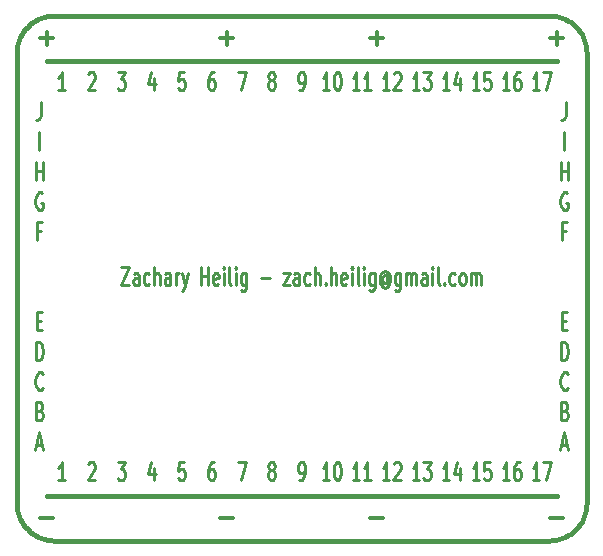
<source format=gto>
G04 (created by PCBNEW-RS274X (2012-01-19 BZR 3256)-stable) date 4/28/2012 8:21:40 PM*
G01*
G70*
G90*
%MOIN*%
G04 Gerber Fmt 3.4, Leading zero omitted, Abs format*
%FSLAX34Y34*%
G04 APERTURE LIST*
%ADD10C,0.006000*%
%ADD11C,0.015000*%
%ADD12C,0.009800*%
%ADD13C,0.011800*%
G04 APERTURE END LIST*
G54D10*
G54D11*
X53750Y-46750D02*
X70250Y-46750D01*
X52500Y-30500D02*
X52500Y-45500D01*
X70250Y-29250D02*
X53750Y-29250D01*
X71500Y-45500D02*
X71500Y-30500D01*
X70250Y-46750D02*
X70358Y-46745D01*
X70467Y-46731D01*
X70573Y-46707D01*
X70677Y-46674D01*
X70778Y-46632D01*
X70875Y-46582D01*
X70966Y-46523D01*
X71053Y-46457D01*
X71133Y-46383D01*
X71207Y-46303D01*
X71273Y-46216D01*
X71332Y-46124D01*
X71382Y-46028D01*
X71424Y-45927D01*
X71457Y-45823D01*
X71481Y-45717D01*
X71495Y-45608D01*
X71500Y-45500D01*
X52500Y-45500D02*
X52505Y-45608D01*
X52519Y-45717D01*
X52543Y-45823D01*
X52576Y-45927D01*
X52618Y-46028D01*
X52668Y-46124D01*
X52727Y-46216D01*
X52793Y-46303D01*
X52867Y-46383D01*
X52947Y-46457D01*
X53034Y-46523D01*
X53126Y-46582D01*
X53222Y-46632D01*
X53323Y-46674D01*
X53427Y-46707D01*
X53533Y-46731D01*
X53642Y-46745D01*
X53750Y-46750D01*
X53750Y-29250D02*
X53642Y-29255D01*
X53533Y-29269D01*
X53427Y-29293D01*
X53323Y-29326D01*
X53222Y-29368D01*
X53126Y-29418D01*
X53034Y-29477D01*
X52947Y-29543D01*
X52867Y-29617D01*
X52793Y-29697D01*
X52727Y-29784D01*
X52668Y-29876D01*
X52618Y-29972D01*
X52576Y-30073D01*
X52543Y-30177D01*
X52519Y-30283D01*
X52505Y-30392D01*
X52500Y-30500D01*
X71500Y-30500D02*
X71495Y-30392D01*
X71481Y-30283D01*
X71457Y-30177D01*
X71424Y-30073D01*
X71382Y-29972D01*
X71332Y-29876D01*
X71273Y-29784D01*
X71207Y-29697D01*
X71133Y-29617D01*
X71053Y-29543D01*
X70966Y-29477D01*
X70875Y-29418D01*
X70778Y-29368D01*
X70677Y-29326D01*
X70573Y-29293D01*
X70467Y-29269D01*
X70358Y-29255D01*
X70250Y-29250D01*
X53500Y-45250D02*
X70500Y-45250D01*
X53500Y-30750D02*
X70500Y-30750D01*
G54D12*
X69925Y-44739D02*
X69700Y-44739D01*
X69813Y-44739D02*
X69813Y-44148D01*
X69775Y-44232D01*
X69738Y-44288D01*
X69700Y-44317D01*
X70056Y-44148D02*
X70319Y-44148D01*
X70150Y-44739D01*
X68925Y-44739D02*
X68700Y-44739D01*
X68813Y-44739D02*
X68813Y-44148D01*
X68775Y-44232D01*
X68738Y-44288D01*
X68700Y-44317D01*
X69263Y-44148D02*
X69188Y-44148D01*
X69150Y-44176D01*
X69131Y-44204D01*
X69094Y-44288D01*
X69075Y-44401D01*
X69075Y-44626D01*
X69094Y-44682D01*
X69113Y-44711D01*
X69150Y-44739D01*
X69225Y-44739D01*
X69263Y-44711D01*
X69281Y-44682D01*
X69300Y-44626D01*
X69300Y-44485D01*
X69281Y-44429D01*
X69263Y-44401D01*
X69225Y-44373D01*
X69150Y-44373D01*
X69113Y-44401D01*
X69094Y-44429D01*
X69075Y-44485D01*
X67925Y-44739D02*
X67700Y-44739D01*
X67813Y-44739D02*
X67813Y-44148D01*
X67775Y-44232D01*
X67738Y-44288D01*
X67700Y-44317D01*
X68281Y-44148D02*
X68094Y-44148D01*
X68075Y-44429D01*
X68094Y-44401D01*
X68131Y-44373D01*
X68225Y-44373D01*
X68263Y-44401D01*
X68281Y-44429D01*
X68300Y-44485D01*
X68300Y-44626D01*
X68281Y-44682D01*
X68263Y-44711D01*
X68225Y-44739D01*
X68131Y-44739D01*
X68094Y-44711D01*
X68075Y-44682D01*
X66925Y-44739D02*
X66700Y-44739D01*
X66813Y-44739D02*
X66813Y-44148D01*
X66775Y-44232D01*
X66738Y-44288D01*
X66700Y-44317D01*
X67263Y-44345D02*
X67263Y-44739D01*
X67169Y-44120D02*
X67075Y-44542D01*
X67319Y-44542D01*
X65925Y-44739D02*
X65700Y-44739D01*
X65813Y-44739D02*
X65813Y-44148D01*
X65775Y-44232D01*
X65738Y-44288D01*
X65700Y-44317D01*
X66056Y-44148D02*
X66300Y-44148D01*
X66169Y-44373D01*
X66225Y-44373D01*
X66263Y-44401D01*
X66281Y-44429D01*
X66300Y-44485D01*
X66300Y-44626D01*
X66281Y-44682D01*
X66263Y-44711D01*
X66225Y-44739D01*
X66113Y-44739D01*
X66075Y-44711D01*
X66056Y-44682D01*
X64925Y-44739D02*
X64700Y-44739D01*
X64813Y-44739D02*
X64813Y-44148D01*
X64775Y-44232D01*
X64738Y-44288D01*
X64700Y-44317D01*
X65075Y-44204D02*
X65094Y-44176D01*
X65131Y-44148D01*
X65225Y-44148D01*
X65263Y-44176D01*
X65281Y-44204D01*
X65300Y-44260D01*
X65300Y-44317D01*
X65281Y-44401D01*
X65056Y-44739D01*
X65300Y-44739D01*
X63925Y-44739D02*
X63700Y-44739D01*
X63813Y-44739D02*
X63813Y-44148D01*
X63775Y-44232D01*
X63738Y-44288D01*
X63700Y-44317D01*
X64300Y-44739D02*
X64075Y-44739D01*
X64188Y-44739D02*
X64188Y-44148D01*
X64150Y-44232D01*
X64113Y-44288D01*
X64075Y-44317D01*
X62925Y-44739D02*
X62700Y-44739D01*
X62813Y-44739D02*
X62813Y-44148D01*
X62775Y-44232D01*
X62738Y-44288D01*
X62700Y-44317D01*
X63169Y-44148D02*
X63206Y-44148D01*
X63244Y-44176D01*
X63263Y-44204D01*
X63281Y-44260D01*
X63300Y-44373D01*
X63300Y-44514D01*
X63281Y-44626D01*
X63263Y-44682D01*
X63244Y-44711D01*
X63206Y-44739D01*
X63169Y-44739D01*
X63131Y-44711D01*
X63113Y-44682D01*
X63094Y-44626D01*
X63075Y-44514D01*
X63075Y-44373D01*
X63094Y-44260D01*
X63113Y-44204D01*
X63131Y-44176D01*
X63169Y-44148D01*
X61926Y-44739D02*
X62001Y-44739D01*
X62038Y-44711D01*
X62057Y-44682D01*
X62094Y-44598D01*
X62113Y-44485D01*
X62113Y-44260D01*
X62094Y-44204D01*
X62076Y-44176D01*
X62038Y-44148D01*
X61963Y-44148D01*
X61926Y-44176D01*
X61907Y-44204D01*
X61888Y-44260D01*
X61888Y-44401D01*
X61907Y-44457D01*
X61926Y-44485D01*
X61963Y-44514D01*
X62038Y-44514D01*
X62076Y-44485D01*
X62094Y-44457D01*
X62113Y-44401D01*
X60963Y-44401D02*
X60926Y-44373D01*
X60907Y-44345D01*
X60888Y-44288D01*
X60888Y-44260D01*
X60907Y-44204D01*
X60926Y-44176D01*
X60963Y-44148D01*
X61038Y-44148D01*
X61076Y-44176D01*
X61094Y-44204D01*
X61113Y-44260D01*
X61113Y-44288D01*
X61094Y-44345D01*
X61076Y-44373D01*
X61038Y-44401D01*
X60963Y-44401D01*
X60926Y-44429D01*
X60907Y-44457D01*
X60888Y-44514D01*
X60888Y-44626D01*
X60907Y-44682D01*
X60926Y-44711D01*
X60963Y-44739D01*
X61038Y-44739D01*
X61076Y-44711D01*
X61094Y-44682D01*
X61113Y-44626D01*
X61113Y-44514D01*
X61094Y-44457D01*
X61076Y-44429D01*
X61038Y-44401D01*
X59869Y-44148D02*
X60132Y-44148D01*
X59963Y-44739D01*
X59076Y-44148D02*
X59001Y-44148D01*
X58963Y-44176D01*
X58944Y-44204D01*
X58907Y-44288D01*
X58888Y-44401D01*
X58888Y-44626D01*
X58907Y-44682D01*
X58926Y-44711D01*
X58963Y-44739D01*
X59038Y-44739D01*
X59076Y-44711D01*
X59094Y-44682D01*
X59113Y-44626D01*
X59113Y-44485D01*
X59094Y-44429D01*
X59076Y-44401D01*
X59038Y-44373D01*
X58963Y-44373D01*
X58926Y-44401D01*
X58907Y-44429D01*
X58888Y-44485D01*
X58094Y-44148D02*
X57907Y-44148D01*
X57888Y-44429D01*
X57907Y-44401D01*
X57944Y-44373D01*
X58038Y-44373D01*
X58076Y-44401D01*
X58094Y-44429D01*
X58113Y-44485D01*
X58113Y-44626D01*
X58094Y-44682D01*
X58076Y-44711D01*
X58038Y-44739D01*
X57944Y-44739D01*
X57907Y-44711D01*
X57888Y-44682D01*
X57076Y-44345D02*
X57076Y-44739D01*
X56982Y-44120D02*
X56888Y-44542D01*
X57132Y-44542D01*
X55869Y-44148D02*
X56113Y-44148D01*
X55982Y-44373D01*
X56038Y-44373D01*
X56076Y-44401D01*
X56094Y-44429D01*
X56113Y-44485D01*
X56113Y-44626D01*
X56094Y-44682D01*
X56076Y-44711D01*
X56038Y-44739D01*
X55926Y-44739D01*
X55888Y-44711D01*
X55869Y-44682D01*
X54888Y-44204D02*
X54907Y-44176D01*
X54944Y-44148D01*
X55038Y-44148D01*
X55076Y-44176D01*
X55094Y-44204D01*
X55113Y-44260D01*
X55113Y-44317D01*
X55094Y-44401D01*
X54869Y-44739D01*
X55113Y-44739D01*
X54113Y-44739D02*
X53888Y-44739D01*
X54001Y-44739D02*
X54001Y-44148D01*
X53963Y-44232D01*
X53926Y-44288D01*
X53888Y-44317D01*
G54D13*
X70275Y-46014D02*
X70725Y-46014D01*
X64275Y-46014D02*
X64725Y-46014D01*
X59275Y-46014D02*
X59725Y-46014D01*
X53275Y-46014D02*
X53725Y-46014D01*
G54D12*
X55988Y-37648D02*
X56251Y-37648D01*
X55988Y-38239D01*
X56251Y-38239D01*
X56570Y-38239D02*
X56570Y-37929D01*
X56551Y-37873D01*
X56513Y-37845D01*
X56438Y-37845D01*
X56401Y-37873D01*
X56570Y-38211D02*
X56532Y-38239D01*
X56438Y-38239D01*
X56401Y-38211D01*
X56382Y-38154D01*
X56382Y-38098D01*
X56401Y-38042D01*
X56438Y-38014D01*
X56532Y-38014D01*
X56570Y-37985D01*
X56926Y-38211D02*
X56888Y-38239D01*
X56813Y-38239D01*
X56776Y-38211D01*
X56757Y-38182D01*
X56738Y-38126D01*
X56738Y-37957D01*
X56757Y-37901D01*
X56776Y-37873D01*
X56813Y-37845D01*
X56888Y-37845D01*
X56926Y-37873D01*
X57095Y-38239D02*
X57095Y-37648D01*
X57264Y-38239D02*
X57264Y-37929D01*
X57245Y-37873D01*
X57207Y-37845D01*
X57151Y-37845D01*
X57114Y-37873D01*
X57095Y-37901D01*
X57620Y-38239D02*
X57620Y-37929D01*
X57601Y-37873D01*
X57563Y-37845D01*
X57488Y-37845D01*
X57451Y-37873D01*
X57620Y-38211D02*
X57582Y-38239D01*
X57488Y-38239D01*
X57451Y-38211D01*
X57432Y-38154D01*
X57432Y-38098D01*
X57451Y-38042D01*
X57488Y-38014D01*
X57582Y-38014D01*
X57620Y-37985D01*
X57807Y-38239D02*
X57807Y-37845D01*
X57807Y-37957D02*
X57826Y-37901D01*
X57844Y-37873D01*
X57882Y-37845D01*
X57919Y-37845D01*
X58013Y-37845D02*
X58107Y-38239D01*
X58201Y-37845D02*
X58107Y-38239D01*
X58070Y-38379D01*
X58051Y-38408D01*
X58013Y-38436D01*
X58651Y-38239D02*
X58651Y-37648D01*
X58651Y-37929D02*
X58876Y-37929D01*
X58876Y-38239D02*
X58876Y-37648D01*
X59214Y-38211D02*
X59176Y-38239D01*
X59101Y-38239D01*
X59064Y-38211D01*
X59045Y-38154D01*
X59045Y-37929D01*
X59064Y-37873D01*
X59101Y-37845D01*
X59176Y-37845D01*
X59214Y-37873D01*
X59233Y-37929D01*
X59233Y-37985D01*
X59045Y-38042D01*
X59402Y-38239D02*
X59402Y-37845D01*
X59402Y-37648D02*
X59383Y-37676D01*
X59402Y-37704D01*
X59421Y-37676D01*
X59402Y-37648D01*
X59402Y-37704D01*
X59646Y-38239D02*
X59609Y-38211D01*
X59590Y-38154D01*
X59590Y-37648D01*
X59796Y-38239D02*
X59796Y-37845D01*
X59796Y-37648D02*
X59777Y-37676D01*
X59796Y-37704D01*
X59815Y-37676D01*
X59796Y-37648D01*
X59796Y-37704D01*
X60153Y-37845D02*
X60153Y-38323D01*
X60134Y-38379D01*
X60115Y-38408D01*
X60078Y-38436D01*
X60021Y-38436D01*
X59984Y-38408D01*
X60153Y-38211D02*
X60115Y-38239D01*
X60040Y-38239D01*
X60003Y-38211D01*
X59984Y-38182D01*
X59965Y-38126D01*
X59965Y-37957D01*
X59984Y-37901D01*
X60003Y-37873D01*
X60040Y-37845D01*
X60115Y-37845D01*
X60153Y-37873D01*
X60640Y-38014D02*
X60940Y-38014D01*
X61390Y-37845D02*
X61597Y-37845D01*
X61390Y-38239D01*
X61597Y-38239D01*
X61916Y-38239D02*
X61916Y-37929D01*
X61897Y-37873D01*
X61859Y-37845D01*
X61784Y-37845D01*
X61747Y-37873D01*
X61916Y-38211D02*
X61878Y-38239D01*
X61784Y-38239D01*
X61747Y-38211D01*
X61728Y-38154D01*
X61728Y-38098D01*
X61747Y-38042D01*
X61784Y-38014D01*
X61878Y-38014D01*
X61916Y-37985D01*
X62272Y-38211D02*
X62234Y-38239D01*
X62159Y-38239D01*
X62122Y-38211D01*
X62103Y-38182D01*
X62084Y-38126D01*
X62084Y-37957D01*
X62103Y-37901D01*
X62122Y-37873D01*
X62159Y-37845D01*
X62234Y-37845D01*
X62272Y-37873D01*
X62441Y-38239D02*
X62441Y-37648D01*
X62610Y-38239D02*
X62610Y-37929D01*
X62591Y-37873D01*
X62553Y-37845D01*
X62497Y-37845D01*
X62460Y-37873D01*
X62441Y-37901D01*
X62797Y-38182D02*
X62816Y-38211D01*
X62797Y-38239D01*
X62778Y-38211D01*
X62797Y-38182D01*
X62797Y-38239D01*
X62985Y-38239D02*
X62985Y-37648D01*
X63154Y-38239D02*
X63154Y-37929D01*
X63135Y-37873D01*
X63097Y-37845D01*
X63041Y-37845D01*
X63004Y-37873D01*
X62985Y-37901D01*
X63491Y-38211D02*
X63453Y-38239D01*
X63378Y-38239D01*
X63341Y-38211D01*
X63322Y-38154D01*
X63322Y-37929D01*
X63341Y-37873D01*
X63378Y-37845D01*
X63453Y-37845D01*
X63491Y-37873D01*
X63510Y-37929D01*
X63510Y-37985D01*
X63322Y-38042D01*
X63679Y-38239D02*
X63679Y-37845D01*
X63679Y-37648D02*
X63660Y-37676D01*
X63679Y-37704D01*
X63698Y-37676D01*
X63679Y-37648D01*
X63679Y-37704D01*
X63923Y-38239D02*
X63886Y-38211D01*
X63867Y-38154D01*
X63867Y-37648D01*
X64073Y-38239D02*
X64073Y-37845D01*
X64073Y-37648D02*
X64054Y-37676D01*
X64073Y-37704D01*
X64092Y-37676D01*
X64073Y-37648D01*
X64073Y-37704D01*
X64430Y-37845D02*
X64430Y-38323D01*
X64411Y-38379D01*
X64392Y-38408D01*
X64355Y-38436D01*
X64298Y-38436D01*
X64261Y-38408D01*
X64430Y-38211D02*
X64392Y-38239D01*
X64317Y-38239D01*
X64280Y-38211D01*
X64261Y-38182D01*
X64242Y-38126D01*
X64242Y-37957D01*
X64261Y-37901D01*
X64280Y-37873D01*
X64317Y-37845D01*
X64392Y-37845D01*
X64430Y-37873D01*
X64861Y-37957D02*
X64842Y-37929D01*
X64804Y-37901D01*
X64767Y-37901D01*
X64729Y-37929D01*
X64711Y-37957D01*
X64692Y-38014D01*
X64692Y-38070D01*
X64711Y-38126D01*
X64729Y-38154D01*
X64767Y-38182D01*
X64804Y-38182D01*
X64842Y-38154D01*
X64861Y-38126D01*
X64861Y-37901D02*
X64861Y-38126D01*
X64879Y-38154D01*
X64898Y-38154D01*
X64936Y-38126D01*
X64955Y-38070D01*
X64955Y-37929D01*
X64917Y-37845D01*
X64861Y-37788D01*
X64786Y-37760D01*
X64711Y-37788D01*
X64654Y-37845D01*
X64617Y-37929D01*
X64598Y-38042D01*
X64617Y-38154D01*
X64654Y-38239D01*
X64711Y-38295D01*
X64786Y-38323D01*
X64861Y-38295D01*
X64917Y-38239D01*
X65293Y-37845D02*
X65293Y-38323D01*
X65274Y-38379D01*
X65255Y-38408D01*
X65218Y-38436D01*
X65161Y-38436D01*
X65124Y-38408D01*
X65293Y-38211D02*
X65255Y-38239D01*
X65180Y-38239D01*
X65143Y-38211D01*
X65124Y-38182D01*
X65105Y-38126D01*
X65105Y-37957D01*
X65124Y-37901D01*
X65143Y-37873D01*
X65180Y-37845D01*
X65255Y-37845D01*
X65293Y-37873D01*
X65480Y-38239D02*
X65480Y-37845D01*
X65480Y-37901D02*
X65499Y-37873D01*
X65536Y-37845D01*
X65592Y-37845D01*
X65630Y-37873D01*
X65649Y-37929D01*
X65649Y-38239D01*
X65649Y-37929D02*
X65667Y-37873D01*
X65705Y-37845D01*
X65761Y-37845D01*
X65799Y-37873D01*
X65818Y-37929D01*
X65818Y-38239D01*
X66174Y-38239D02*
X66174Y-37929D01*
X66155Y-37873D01*
X66117Y-37845D01*
X66042Y-37845D01*
X66005Y-37873D01*
X66174Y-38211D02*
X66136Y-38239D01*
X66042Y-38239D01*
X66005Y-38211D01*
X65986Y-38154D01*
X65986Y-38098D01*
X66005Y-38042D01*
X66042Y-38014D01*
X66136Y-38014D01*
X66174Y-37985D01*
X66361Y-38239D02*
X66361Y-37845D01*
X66361Y-37648D02*
X66342Y-37676D01*
X66361Y-37704D01*
X66380Y-37676D01*
X66361Y-37648D01*
X66361Y-37704D01*
X66605Y-38239D02*
X66568Y-38211D01*
X66549Y-38154D01*
X66549Y-37648D01*
X66755Y-38182D02*
X66774Y-38211D01*
X66755Y-38239D01*
X66736Y-38211D01*
X66755Y-38182D01*
X66755Y-38239D01*
X67112Y-38211D02*
X67074Y-38239D01*
X66999Y-38239D01*
X66962Y-38211D01*
X66943Y-38182D01*
X66924Y-38126D01*
X66924Y-37957D01*
X66943Y-37901D01*
X66962Y-37873D01*
X66999Y-37845D01*
X67074Y-37845D01*
X67112Y-37873D01*
X67337Y-38239D02*
X67300Y-38211D01*
X67281Y-38182D01*
X67262Y-38126D01*
X67262Y-37957D01*
X67281Y-37901D01*
X67300Y-37873D01*
X67337Y-37845D01*
X67393Y-37845D01*
X67431Y-37873D01*
X67450Y-37901D01*
X67468Y-37957D01*
X67468Y-38126D01*
X67450Y-38182D01*
X67431Y-38211D01*
X67393Y-38239D01*
X67337Y-38239D01*
X67637Y-38239D02*
X67637Y-37845D01*
X67637Y-37901D02*
X67656Y-37873D01*
X67693Y-37845D01*
X67749Y-37845D01*
X67787Y-37873D01*
X67806Y-37929D01*
X67806Y-38239D01*
X67806Y-37929D02*
X67824Y-37873D01*
X67862Y-37845D01*
X67918Y-37845D01*
X67956Y-37873D01*
X67975Y-37929D01*
X67975Y-38239D01*
X69925Y-31739D02*
X69700Y-31739D01*
X69813Y-31739D02*
X69813Y-31148D01*
X69775Y-31232D01*
X69738Y-31288D01*
X69700Y-31317D01*
X70056Y-31148D02*
X70319Y-31148D01*
X70150Y-31739D01*
X68925Y-31739D02*
X68700Y-31739D01*
X68813Y-31739D02*
X68813Y-31148D01*
X68775Y-31232D01*
X68738Y-31288D01*
X68700Y-31317D01*
X69263Y-31148D02*
X69188Y-31148D01*
X69150Y-31176D01*
X69131Y-31204D01*
X69094Y-31288D01*
X69075Y-31401D01*
X69075Y-31626D01*
X69094Y-31682D01*
X69113Y-31711D01*
X69150Y-31739D01*
X69225Y-31739D01*
X69263Y-31711D01*
X69281Y-31682D01*
X69300Y-31626D01*
X69300Y-31485D01*
X69281Y-31429D01*
X69263Y-31401D01*
X69225Y-31373D01*
X69150Y-31373D01*
X69113Y-31401D01*
X69094Y-31429D01*
X69075Y-31485D01*
X67925Y-31739D02*
X67700Y-31739D01*
X67813Y-31739D02*
X67813Y-31148D01*
X67775Y-31232D01*
X67738Y-31288D01*
X67700Y-31317D01*
X68281Y-31148D02*
X68094Y-31148D01*
X68075Y-31429D01*
X68094Y-31401D01*
X68131Y-31373D01*
X68225Y-31373D01*
X68263Y-31401D01*
X68281Y-31429D01*
X68300Y-31485D01*
X68300Y-31626D01*
X68281Y-31682D01*
X68263Y-31711D01*
X68225Y-31739D01*
X68131Y-31739D01*
X68094Y-31711D01*
X68075Y-31682D01*
X66925Y-31739D02*
X66700Y-31739D01*
X66813Y-31739D02*
X66813Y-31148D01*
X66775Y-31232D01*
X66738Y-31288D01*
X66700Y-31317D01*
X67263Y-31345D02*
X67263Y-31739D01*
X67169Y-31120D02*
X67075Y-31542D01*
X67319Y-31542D01*
X65925Y-31739D02*
X65700Y-31739D01*
X65813Y-31739D02*
X65813Y-31148D01*
X65775Y-31232D01*
X65738Y-31288D01*
X65700Y-31317D01*
X66056Y-31148D02*
X66300Y-31148D01*
X66169Y-31373D01*
X66225Y-31373D01*
X66263Y-31401D01*
X66281Y-31429D01*
X66300Y-31485D01*
X66300Y-31626D01*
X66281Y-31682D01*
X66263Y-31711D01*
X66225Y-31739D01*
X66113Y-31739D01*
X66075Y-31711D01*
X66056Y-31682D01*
X64925Y-31739D02*
X64700Y-31739D01*
X64813Y-31739D02*
X64813Y-31148D01*
X64775Y-31232D01*
X64738Y-31288D01*
X64700Y-31317D01*
X65075Y-31204D02*
X65094Y-31176D01*
X65131Y-31148D01*
X65225Y-31148D01*
X65263Y-31176D01*
X65281Y-31204D01*
X65300Y-31260D01*
X65300Y-31317D01*
X65281Y-31401D01*
X65056Y-31739D01*
X65300Y-31739D01*
G54D13*
X70275Y-30014D02*
X70725Y-30014D01*
X70500Y-30239D02*
X70500Y-29788D01*
X64275Y-30014D02*
X64725Y-30014D01*
X64500Y-30239D02*
X64500Y-29788D01*
X59275Y-30014D02*
X59725Y-30014D01*
X59500Y-30239D02*
X59500Y-29788D01*
X53275Y-30014D02*
X53725Y-30014D01*
X53500Y-30239D02*
X53500Y-29788D01*
G54D12*
X63925Y-31739D02*
X63700Y-31739D01*
X63813Y-31739D02*
X63813Y-31148D01*
X63775Y-31232D01*
X63738Y-31288D01*
X63700Y-31317D01*
X64300Y-31739D02*
X64075Y-31739D01*
X64188Y-31739D02*
X64188Y-31148D01*
X64150Y-31232D01*
X64113Y-31288D01*
X64075Y-31317D01*
X62925Y-31739D02*
X62700Y-31739D01*
X62813Y-31739D02*
X62813Y-31148D01*
X62775Y-31232D01*
X62738Y-31288D01*
X62700Y-31317D01*
X63169Y-31148D02*
X63206Y-31148D01*
X63244Y-31176D01*
X63263Y-31204D01*
X63281Y-31260D01*
X63300Y-31373D01*
X63300Y-31514D01*
X63281Y-31626D01*
X63263Y-31682D01*
X63244Y-31711D01*
X63206Y-31739D01*
X63169Y-31739D01*
X63131Y-31711D01*
X63113Y-31682D01*
X63094Y-31626D01*
X63075Y-31514D01*
X63075Y-31373D01*
X63094Y-31260D01*
X63113Y-31204D01*
X63131Y-31176D01*
X63169Y-31148D01*
X61926Y-31739D02*
X62001Y-31739D01*
X62038Y-31711D01*
X62057Y-31682D01*
X62094Y-31598D01*
X62113Y-31485D01*
X62113Y-31260D01*
X62094Y-31204D01*
X62076Y-31176D01*
X62038Y-31148D01*
X61963Y-31148D01*
X61926Y-31176D01*
X61907Y-31204D01*
X61888Y-31260D01*
X61888Y-31401D01*
X61907Y-31457D01*
X61926Y-31485D01*
X61963Y-31514D01*
X62038Y-31514D01*
X62076Y-31485D01*
X62094Y-31457D01*
X62113Y-31401D01*
X60963Y-31401D02*
X60926Y-31373D01*
X60907Y-31345D01*
X60888Y-31288D01*
X60888Y-31260D01*
X60907Y-31204D01*
X60926Y-31176D01*
X60963Y-31148D01*
X61038Y-31148D01*
X61076Y-31176D01*
X61094Y-31204D01*
X61113Y-31260D01*
X61113Y-31288D01*
X61094Y-31345D01*
X61076Y-31373D01*
X61038Y-31401D01*
X60963Y-31401D01*
X60926Y-31429D01*
X60907Y-31457D01*
X60888Y-31514D01*
X60888Y-31626D01*
X60907Y-31682D01*
X60926Y-31711D01*
X60963Y-31739D01*
X61038Y-31739D01*
X61076Y-31711D01*
X61094Y-31682D01*
X61113Y-31626D01*
X61113Y-31514D01*
X61094Y-31457D01*
X61076Y-31429D01*
X61038Y-31401D01*
X59869Y-31148D02*
X60132Y-31148D01*
X59963Y-31739D01*
X59076Y-31148D02*
X59001Y-31148D01*
X58963Y-31176D01*
X58944Y-31204D01*
X58907Y-31288D01*
X58888Y-31401D01*
X58888Y-31626D01*
X58907Y-31682D01*
X58926Y-31711D01*
X58963Y-31739D01*
X59038Y-31739D01*
X59076Y-31711D01*
X59094Y-31682D01*
X59113Y-31626D01*
X59113Y-31485D01*
X59094Y-31429D01*
X59076Y-31401D01*
X59038Y-31373D01*
X58963Y-31373D01*
X58926Y-31401D01*
X58907Y-31429D01*
X58888Y-31485D01*
X58094Y-31148D02*
X57907Y-31148D01*
X57888Y-31429D01*
X57907Y-31401D01*
X57944Y-31373D01*
X58038Y-31373D01*
X58076Y-31401D01*
X58094Y-31429D01*
X58113Y-31485D01*
X58113Y-31626D01*
X58094Y-31682D01*
X58076Y-31711D01*
X58038Y-31739D01*
X57944Y-31739D01*
X57907Y-31711D01*
X57888Y-31682D01*
X57076Y-31345D02*
X57076Y-31739D01*
X56982Y-31120D02*
X56888Y-31542D01*
X57132Y-31542D01*
X55869Y-31148D02*
X56113Y-31148D01*
X55982Y-31373D01*
X56038Y-31373D01*
X56076Y-31401D01*
X56094Y-31429D01*
X56113Y-31485D01*
X56113Y-31626D01*
X56094Y-31682D01*
X56076Y-31711D01*
X56038Y-31739D01*
X55926Y-31739D01*
X55888Y-31711D01*
X55869Y-31682D01*
X54888Y-31204D02*
X54907Y-31176D01*
X54944Y-31148D01*
X55038Y-31148D01*
X55076Y-31176D01*
X55094Y-31204D01*
X55113Y-31260D01*
X55113Y-31317D01*
X55094Y-31401D01*
X54869Y-31739D01*
X55113Y-31739D01*
X54113Y-31739D02*
X53888Y-31739D01*
X54001Y-31739D02*
X54001Y-31148D01*
X53963Y-31232D01*
X53926Y-31288D01*
X53888Y-31317D01*
X70656Y-43570D02*
X70844Y-43570D01*
X70619Y-43739D02*
X70750Y-43148D01*
X70881Y-43739D01*
X70778Y-42429D02*
X70834Y-42457D01*
X70853Y-42485D01*
X70872Y-42542D01*
X70872Y-42626D01*
X70853Y-42682D01*
X70834Y-42711D01*
X70797Y-42739D01*
X70647Y-42739D01*
X70647Y-42148D01*
X70778Y-42148D01*
X70816Y-42176D01*
X70834Y-42204D01*
X70853Y-42260D01*
X70853Y-42317D01*
X70834Y-42373D01*
X70816Y-42401D01*
X70778Y-42429D01*
X70647Y-42429D01*
X70872Y-41682D02*
X70853Y-41711D01*
X70797Y-41739D01*
X70759Y-41739D01*
X70703Y-41711D01*
X70666Y-41654D01*
X70647Y-41598D01*
X70628Y-41485D01*
X70628Y-41401D01*
X70647Y-41288D01*
X70666Y-41232D01*
X70703Y-41176D01*
X70759Y-41148D01*
X70797Y-41148D01*
X70853Y-41176D01*
X70872Y-41204D01*
X70647Y-40739D02*
X70647Y-40148D01*
X70741Y-40148D01*
X70797Y-40176D01*
X70834Y-40232D01*
X70853Y-40288D01*
X70872Y-40401D01*
X70872Y-40485D01*
X70853Y-40598D01*
X70834Y-40654D01*
X70797Y-40711D01*
X70741Y-40739D01*
X70647Y-40739D01*
X70666Y-39429D02*
X70797Y-39429D01*
X70853Y-39739D02*
X70666Y-39739D01*
X70666Y-39148D01*
X70853Y-39148D01*
X70806Y-36429D02*
X70675Y-36429D01*
X70675Y-36739D02*
X70675Y-36148D01*
X70862Y-36148D01*
X70853Y-35176D02*
X70816Y-35148D01*
X70759Y-35148D01*
X70703Y-35176D01*
X70666Y-35232D01*
X70647Y-35288D01*
X70628Y-35401D01*
X70628Y-35485D01*
X70647Y-35598D01*
X70666Y-35654D01*
X70703Y-35711D01*
X70759Y-35739D01*
X70797Y-35739D01*
X70853Y-35711D01*
X70872Y-35682D01*
X70872Y-35485D01*
X70797Y-35485D01*
X70638Y-34739D02*
X70638Y-34148D01*
X70638Y-34429D02*
X70863Y-34429D01*
X70863Y-34739D02*
X70863Y-34148D01*
X70750Y-33739D02*
X70750Y-33148D01*
X70806Y-32148D02*
X70806Y-32570D01*
X70788Y-32654D01*
X70750Y-32711D01*
X70694Y-32739D01*
X70656Y-32739D01*
X53306Y-32148D02*
X53306Y-32570D01*
X53288Y-32654D01*
X53250Y-32711D01*
X53194Y-32739D01*
X53156Y-32739D01*
X53250Y-33739D02*
X53250Y-33148D01*
X53138Y-34739D02*
X53138Y-34148D01*
X53138Y-34429D02*
X53363Y-34429D01*
X53363Y-34739D02*
X53363Y-34148D01*
X53353Y-35176D02*
X53316Y-35148D01*
X53259Y-35148D01*
X53203Y-35176D01*
X53166Y-35232D01*
X53147Y-35288D01*
X53128Y-35401D01*
X53128Y-35485D01*
X53147Y-35598D01*
X53166Y-35654D01*
X53203Y-35711D01*
X53259Y-35739D01*
X53297Y-35739D01*
X53353Y-35711D01*
X53372Y-35682D01*
X53372Y-35485D01*
X53297Y-35485D01*
X53306Y-36429D02*
X53175Y-36429D01*
X53175Y-36739D02*
X53175Y-36148D01*
X53362Y-36148D01*
X53166Y-39429D02*
X53297Y-39429D01*
X53353Y-39739D02*
X53166Y-39739D01*
X53166Y-39148D01*
X53353Y-39148D01*
X53147Y-40739D02*
X53147Y-40148D01*
X53241Y-40148D01*
X53297Y-40176D01*
X53334Y-40232D01*
X53353Y-40288D01*
X53372Y-40401D01*
X53372Y-40485D01*
X53353Y-40598D01*
X53334Y-40654D01*
X53297Y-40711D01*
X53241Y-40739D01*
X53147Y-40739D01*
X53372Y-41682D02*
X53353Y-41711D01*
X53297Y-41739D01*
X53259Y-41739D01*
X53203Y-41711D01*
X53166Y-41654D01*
X53147Y-41598D01*
X53128Y-41485D01*
X53128Y-41401D01*
X53147Y-41288D01*
X53166Y-41232D01*
X53203Y-41176D01*
X53259Y-41148D01*
X53297Y-41148D01*
X53353Y-41176D01*
X53372Y-41204D01*
X53278Y-42429D02*
X53334Y-42457D01*
X53353Y-42485D01*
X53372Y-42542D01*
X53372Y-42626D01*
X53353Y-42682D01*
X53334Y-42711D01*
X53297Y-42739D01*
X53147Y-42739D01*
X53147Y-42148D01*
X53278Y-42148D01*
X53316Y-42176D01*
X53334Y-42204D01*
X53353Y-42260D01*
X53353Y-42317D01*
X53334Y-42373D01*
X53316Y-42401D01*
X53278Y-42429D01*
X53147Y-42429D01*
X53156Y-43570D02*
X53344Y-43570D01*
X53119Y-43739D02*
X53250Y-43148D01*
X53381Y-43739D01*
M02*

</source>
